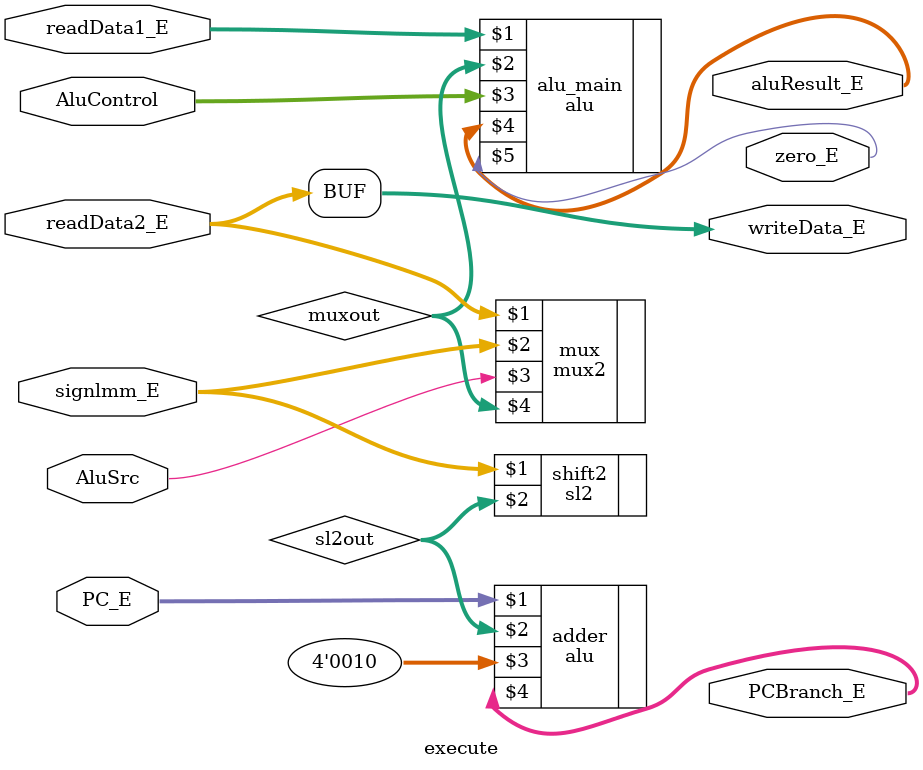
<source format=sv>
`timescale 1ns / 1ps


module execute(
    input logic AluSrc,
    input logic [3:0] AluControl,
    input logic [63:0] PC_E,
    input logic [63:0] signlmm_E,
    input logic [63:0] readData1_E,
    input logic [63:0] readData2_E,
    output logic [63:0] PCBranch_E,
    output logic [63:0] aluResult_E,
    output logic [63:0] writeData_E,
    output logic zero_E
    );
    
    logic [63:0] muxout;
    logic [63:0] sl2out;
    
    mux2 mux(readData2_E, signlmm_E, AluSrc, muxout);
    alu alu_main(readData1_E, muxout, AluControl, aluResult_E, zero_E);
    sl2 shift2(signlmm_E, sl2out);
    alu adder(PC_E, sl2out, 4'b0010, PCBranch_E);

    assign writeData_E = readData2_E;
    
endmodule

</source>
